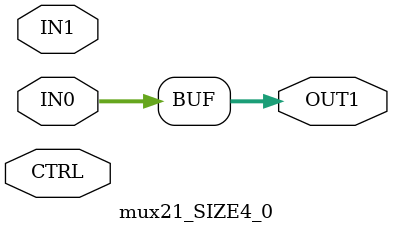
<source format=v>
module mux21_SIZE4_0 ( IN0, IN1, CTRL, OUT1 );
  input [3:0] IN0;
  input [3:0] IN1;
  output [3:0] OUT1;
  input CTRL;
  assign OUT1[3] = IN0[3];
  assign OUT1[2] = IN0[2];
  assign OUT1[1] = IN0[1];
  assign OUT1[0] = IN0[0];
endmodule
</source>
